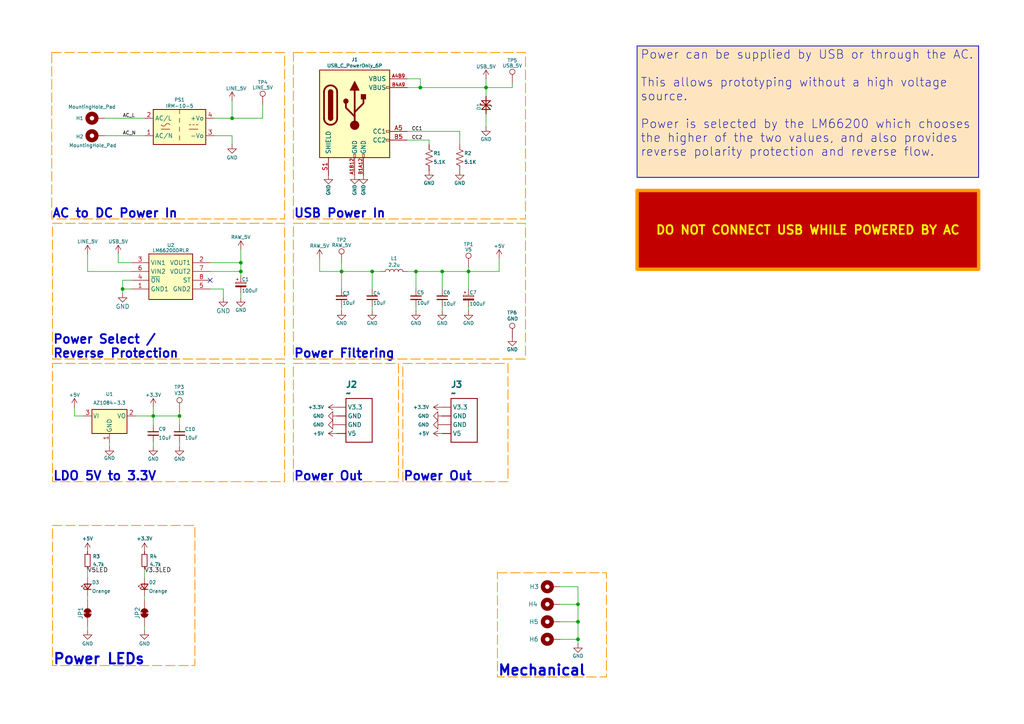
<source format=kicad_sch>
(kicad_sch (version 20250114) (generator "eeschema") (generator_version "9.0")
  (paper "A4")
  (title_block (title "Power Module") (date "<<release-date>>") (rev "<<tag>>") (comment 1 "<<hash>>"))
  (lib_symbols
    (symbol "AQ_POWER_1"
      (property "Reference" "J" (at 0 2.794 0))
      (symbol "AQ_POWER_1_1_0"
        (pin power_out line (at -2.54 0 0) (length 2.54) (name "V3.3") (number "4"))
        (pin passive line (at -2.54 -2.54 0) (length 2.54) (name "GND") (number "3"))
        (pin passive line (at -2.54 -5.08 0) (length 2.54) (name "GND") (number "2"))
        (pin power_out line (at -2.54 -7.62 0) (length 2.54) (name "V5") (number "1"))
      )
    )
    (symbol "CRG Makes:IRM-10-5"
      (property "Reference" "PS" (at 0 6.35 0))
      (property "Value" "IRM-10-5" (at 0 -6.35 0))
      (symbol "IRM-10-5_1_1"
        (pin power_in line (at -10.16 2.54 0) (length 2.54) (name "AC/L") (number "2"))
        (pin power_in line (at -10.16 -2.54 0) (length 2.54) (name "AC/N") (number "1"))
        (pin power_out line (at 10.16 2.54 180) (length 2.54) (name "+Vo") (number "4"))
        (pin power_out line (at 10.16 -2.54 180) (length 2.54) (name "-Vo") (number "3"))
      )
    )
    (symbol "CRGM Connector:AQ_POWER"
      (property "Reference" "J" (at 0 2.794 0))
      (symbol "AQ_POWER_1_0"
        (pin power_out line (at -2.54 0 0) (length 2.54) (name "V3.3") (number "4"))
        (pin passive line (at -2.54 -2.54 0) (length 2.54) (name "GND") (number "3"))
        (pin passive line (at -2.54 -5.08 0) (length 2.54) (name "GND") (number "2"))
        (pin power_out line (at -2.54 -7.62 0) (length 2.54) (name "V5") (number "1"))
      )
    )
    (symbol "CRGM Connector:USB_C_PowerOnly_6P" (pin_names (offset 1.016))
      (property "Reference" "J" (at 0 16.51 0))
      (property "Value" "USB_C_PowerOnly_6P" (at 0 13.97 0))
      (symbol "USB_C_PowerOnly_6P_1_1"
        (pin passive line (at -7.62 -17.78 90) (length 5.08) (name "SHIELD") (number "S1"))
        (pin passive line (at 0 -17.78 90) (length 5.08) (name "GND") (number "A1B12"))
        (pin passive line (at 2.54 -17.78 90) (length 5.08) (name "GND") (number "B1A12"))
        (pin passive line (at 15.24 10.16 180) (length 5.08) (name "VBUS") (number "A4B9"))
        (pin passive line (at 15.24 7.62 180) (length 5.08) (name "VBUS") (number "B4A9"))
        (pin bidirectional line (at 15.24 -5.08 180) (length 5.08) (name "CC1") (number "A5"))
        (pin bidirectional line (at 15.24 -7.62 180) (length 5.08) (name "CC2") (number "B5"))
      )
    )
    (symbol "CRGM Mechanical:MountingHole_Pad" (pin_numbers (hide yes)) (pin_names (offset 1.016) (hide yes)) (in_bom no)
      (symbol "MountingHole_Pad_1_1"
        (pin passive line (at 0 -2.54 90) (length 2.54) (name "1") (number "1"))
      )
    )
    (symbol "CRGM Passive:C_Polarized_Small" (pin_numbers (hide yes)) (pin_names (offset 0.254) (hide yes))
      (property "Reference" "C" (at 0.254 1.778 0))
      (property "Value" "C_Polarized_Small" (at 0.254 -1.524 0))
      (symbol "C_Polarized_Small_1_1"
        (pin passive line (at 0 2.54 270) (length 1.8542) (name "~") (number "1"))
        (pin passive line (at 0 -2.54 90) (length 1.8542) (name "~") (number "2"))
      )
    )
    (symbol "CRGM Passive:PESD5V5C1BLYL"
      (property "Reference" "D" (at -1.524 1.524 0))
      (symbol "PESD5V5C1BLYL_1_0"
        (pin bidirectional line (at -2.54 0 0) (length 0) (name "K1") (number "1"))
        (pin bidirectional line (at 2.54 0 180) (length 0) (name "K2") (number "2"))
      )
    )
    (symbol "CRGM Power:AZ1084-3.3" (pin_names (offset 0.254))
      (property "Reference" "U" (at -3.81 3.175 0))
      (property "Value" "AZ1084-3.3" (at 0 3.175 0))
      (symbol "AZ1084-3.3_1_1"
        (pin power_in line (at -7.62 0 0) (length 2.54) (name "VI") (number "3"))
        (pin power_in line (at 0 -7.62 90) (length 2.54) (name "GND") (number "1"))
        (pin power_out line (at 7.62 0 180) (length 2.54) (name "VO") (number "2"))
      )
    )
    (symbol "CRGM Power:LM66200DRLR"
      (property "Reference" "U" (at -6.096 10.922 0))
      (property "Value" "LM66200DRLR" (at -6.096 8.382 0))
      (symbol "LM66200DRLR_1_1"
        (pin passive line (at -11.43 3.81 0) (length 5.08) (name "VIN1") (number "3"))
        (pin passive line (at -11.43 1.27 0) (length 5.08) (name "VIN2") (number "6"))
        (pin passive line (at -11.43 -1.27 0) (length 5.08) (name "~{ON}") (number "4"))
        (pin passive line (at -11.43 -3.81 0) (length 5.08) (name "GND1") (number "1"))
        (pin passive line (at 11.43 3.81 180) (length 5.08) (name "VOUT1") (number "2"))
        (pin passive line (at 11.43 1.27 180) (length 5.08) (name "VOUT2") (number "7"))
        (pin passive line (at 11.43 -1.27 180) (length 5.08) (name "ST") (number "8"))
        (pin passive line (at 11.43 -3.81 180) (length 5.08) (name "GND2") (number "5"))
      )
    )
    (symbol "Connector:TestPoint" (pin_numbers (hide yes)) (pin_names (offset 0.762) (hide yes))
      (property "Reference" "TP" (at 0 6.858 0))
      (property "Value" "TestPoint" (at 0 5.08 0))
      (symbol "TestPoint_1_1"
        (pin passive line (at 0 0 90) (length 2.54) (name "1") (number "1"))
      )
    )
    (symbol "Device:C_Small" (pin_numbers (hide yes)) (pin_names (offset 0.254) (hide yes))
      (property "Reference" "C" (at 0.254 1.778 0))
      (property "Value" "C_Small" (at 0.254 -2.032 0))
      (symbol "C_Small_1_1"
        (pin passive line (at 0 2.54 270) (length 2.032) (name "~") (number "1"))
        (pin passive line (at 0 -2.54 90) (length 2.032) (name "~") (number "2"))
      )
    )
    (symbol "Device:L" (pin_numbers (hide yes)) (pin_names (offset 1.016) (hide yes))
      (property "Reference" "L" (at -1.27 0 90))
      (property "Value" "L" (at 1.905 0 90))
      (symbol "L_1_1"
        (pin passive line (at 0 3.81 270) (length 1.27) (name "1") (number "1"))
        (pin passive line (at 0 -3.81 90) (length 1.27) (name "2") (number "2"))
      )
    )
    (symbol "Device:LED_Small" (pin_numbers (hide yes)) (pin_names (offset 0.254) (hide yes))
      (property "Reference" "D" (at -1.27 3.175 0))
      (property "Value" "LED_Small" (at -4.445 -2.54 0))
      (symbol "LED_Small_1_1"
        (pin passive line (at -2.54 0 0) (length 1.778) (name "K") (number "1"))
        (pin passive line (at 2.54 0 180) (length 1.778) (name "A") (number "2"))
      )
    )
    (symbol "Device:R_Small" (pin_numbers (hide yes)) (pin_names (offset 0.254) (hide yes))
      (property "Reference" "R" (at 0 0 90))
      (property "Value" "R_Small" (at 1.778 0 90))
      (symbol "R_Small_1_1"
        (pin passive line (at 0 2.54 270) (length 0.762) (name "~") (number "1"))
        (pin passive line (at 0 -2.54 90) (length 0.762) (name "~") (number "2"))
      )
    )
    (symbol "Device:R_US" (pin_numbers (hide yes)) (pin_names (offset 0))
      (property "Reference" "R" (at 2.54 0 90))
      (property "Value" "R_US" (at -2.54 0 90))
      (symbol "R_US_1_1"
        (pin passive line (at 0 3.81 270) (length 1.27) (name "~") (number "1"))
        (pin passive line (at 0 -3.81 90) (length 1.27) (name "~") (number "2"))
      )
    )
    (symbol "Jumper:SolderJumper_2_Bridged" (pin_numbers (hide yes)) (pin_names (offset 0) (hide yes)) (in_bom no)
      (property "Reference" "JP" (at 0 2.032 0))
      (property "Value" "~" (at 0 -2.54 0))
      (symbol "SolderJumper_2_Bridged_1_1"
        (pin passive line (at -3.81 0 0) (length 2.54) (name "A") (number "1"))
        (pin passive line (at 3.81 0 180) (length 2.54) (name "B") (number "2"))
      )
    )
    (symbol "Mechanical:MountingHole_Pad" (pin_numbers (hide yes)) (pin_names (offset 1.016) (hide yes)) (in_bom no)
      (property "Reference" "H" (at 0 6.35 0))
      (property "Value" "MountingHole_Pad" (at 0 4.445 0))
      (symbol "MountingHole_Pad_1_1"
        (pin input line (at 0 -2.54 90) (length 2.54) (name "1") (number "1"))
      )
    )
    (symbol "MountingHole_Pad_1" (pin_numbers (hide yes)) (pin_names (offset 1.016) (hide yes)) (in_bom no)
      (property "Reference" "H" (at 0 6.35 0))
      (property "Value" "MountingHole_Pad" (at 0 4.445 0))
      (symbol "MountingHole_Pad_1_1_1"
        (pin input line (at 0 -2.54 90) (length 2.54) (name "1") (number "1"))
      )
    )
    (symbol "power:+3.3V" (power) (pin_numbers (hide yes)) (pin_names (offset 0) (hide yes))
      (property "Value" "+3.3V" (at 0 3.556 0))
      (symbol "+3.3V_1_1"
        (pin power_in line (at 0 0 90) (length 0) (name "~") (number "1"))
      )
    )
    (symbol "power:+5V" (power) (pin_numbers (hide yes)) (pin_names (offset 0) (hide yes))
      (property "Value" "+5V" (at 0 3.556 0))
      (symbol "+5V_1_1"
        (pin power_in line (at 0 0 90) (length 0) (name "~") (number "1"))
      )
    )
    (symbol "power:GND" (power) (pin_numbers (hide yes)) (pin_names (offset 0) (hide yes))
      (property "Value" "GND" (at 0 -3.81 0))
      (symbol "GND_1_1"
        (pin power_in line (at 0 0 270) (length 0) (name "~") (number "1"))
      )
    )
  )
  (rectangle (start 15.24 64.77) (end 82.55 104.14) (stroke (width 0.254) (type dash) (color 255 153 0 1)))
  (rectangle (start 85.09 15.24) (end 152.4 63.5) (stroke (width 0.254) (type dash) (color 255 153 0 1)))
  (rectangle (start 15.24 152.4) (end 56.515 193.04) (stroke (width 0.254) (type dash) (color 255 153 0 1)))
  (rectangle (start 116.84 105.41) (end 147.32 139.7) (stroke (width 0.254) (type dash) (color 255 153 0 1)))
  (rectangle (start 15 15.24) (end 82.55 63.5) (stroke (width 0.254) (type dash) (color 255 153 0 1)))
  (rectangle (start 144.272 166.116) (end 175.895 196.342) (stroke (width 0.254) (type dash) (color 255 153 0 1)))
  (rectangle (start 85.09 64.77) (end 152.4 104.14) (stroke (width 0.254) (type dash) (color 255 153 0 1)))
  (rectangle (start 15.24 105.41) (end 82.55 139.7) (stroke (width 0.254) (type dash) (color 255 153 0 1)))
  (rectangle (start 85.09 105.41) (end 115.57 139.7) (stroke (width 0.254) (type dash) (color 255 153 0 1)))
  (text "Power Select /\nReverse Protection" (at 15.24 104.14 0) (effects (font (size 2.54 2.54) (thickness 0.508) (bold yes)) (justify left bottom)))
  (text "Power LEDs" (at 15.24 193.04 0) (effects (font (size 3 3) (thickness 0.6) (bold yes)) (justify left bottom)))
  (text "Power Out" (at 116.84 139.7 0) (effects (font (size 2.54 2.54) (thickness 0.508) (bold yes)) (justify left bottom)))
  (text "Power Out" (at 85.09 139.7 0) (effects (font (size 2.54 2.54) (thickness 0.508) (bold yes)) (justify left bottom)))
  (text "Mechanical" (at 144.272 196.342 0) (effects (font (size 3 3) (thickness 0.6) (bold yes)) (justify left bottom)))
  (text "Power Filtering" (at 85.09 104.14 0) (effects (font (size 2.54 2.54) (thickness 0.508) (bold yes)) (justify left bottom)))
  (text "LDO 5V to 3.3V" (at 15.24 139.7 0) (effects (font (size 2.54 2.54) (thickness 0.508) (bold yes)) (justify left bottom)))
  (text "AC to DC Power In" (at 14.986 63.5 0) (effects (font (size 2.54 2.54) (thickness 0.508) (bold yes)) (justify left bottom)))
  (text "USB Power In" (at 85.09 63.5 0) (effects (font (size 2.54 2.54) (thickness 0.508) (bold yes)) (justify left bottom)))
  (text_box "Power can be supplied by USB or through the AC.\n\nThis allows prototyping without a high voltage source.\n\nPower is selected by the LM66200 which chooses the higher of the two values, and also provides reverse polarity protection and reverse flow.\n" (exclude_from_sim yes) (at 184.785 13.335 0) (size 99.06 38.1) (margins 0.9525 0.9525 0.9525 0.9525) (stroke (width 0.25)) (fill (type color) (color 255 229 191 1)) (effects (font (size 2.5 2.5)) (justify left top)))
  (text_box "DO NOT CONNECT USB WHILE POWERED BY AC" (exclude_from_sim yes) (at 184.785 55.245 0) (size 99.06 22.86) (margins 0.9525 0.9525 0.9525 0.9525) (stroke (width 1) (color 255 153 0 1)) (fill (type color) (color 194 0 0 1)) (effects (font (size 2.5 2.5) (thickness 0.5) (bold yes))))
  (junction (at 69.85 78.74))
  (junction (at 69.85 76.2))
  (junction (at 107.95 78.74))
  (junction (at 135.89 78.74))
  (junction (at 99.06 78.74))
  (junction (at 167.64 175.26))
  (junction (at 167.64 185.42))
  (junction (at 167.64 180.34))
  (junction (at 128.27 78.74))
  (junction (at 140.97 25.4))
  (junction (at 44.45 120.65))
  (junction (at 52.07 120.65))
  (junction (at 67.31 34.29))
  (junction (at 35.56 83.82))
  (junction (at 120.65 78.74))
  (junction (at 121.92 25.4))
  (no_connect (at 60.96 81.28))
  (wire (pts (xy 44.45 120.65) (xy 52.07 120.65)))
  (wire (pts (xy 67.31 29.21) (xy 67.31 34.29)))
  (wire (pts (xy 67.31 34.29) (xy 76.2 34.29)))
  (wire (pts (xy 92.71 78.74) (xy 92.71 74.93)))
  (wire (pts (xy 162.56 185.42) (xy 167.64 185.42)))
  (wire (pts (xy 121.92 25.4) (xy 140.97 25.4)))
  (wire (pts (xy 52.07 120.65) (xy 52.07 123.19)))
  (wire (pts (xy 135.89 78.74) (xy 144.78 78.74)))
  (wire (pts (xy 25.4 182.88) (xy 25.4 181.61)))
  (wire (pts (xy 38.1 76.2) (xy 34.29 76.2)))
  (wire (pts (xy 99.06 76.2) (xy 99.06 78.74)))
  (wire (pts (xy 92.71 78.74) (xy 99.06 78.74)))
  (wire (pts (xy 107.95 83.82) (xy 107.95 78.74)))
  (wire (pts (xy 69.85 72.39) (xy 69.85 76.2)))
  (wire (pts (xy 69.85 78.74) (xy 69.85 80.01)))
  (wire (pts (xy 69.85 78.74) (xy 69.85 76.2)))
  (wire (pts (xy 128.27 88.9) (xy 128.27 90.17)))
  (wire (pts (xy 76.2 30.48) (xy 76.2 34.29)))
  (wire (pts (xy 118.11 78.74) (xy 120.65 78.74)))
  (wire (pts (xy 67.31 41.91) (xy 67.31 39.37)))
  (wire (pts (xy 41.91 173.99) (xy 41.91 172.72)))
  (wire (pts (xy 64.77 83.82) (xy 64.77 86.36)))
  (wire (pts (xy 148.59 25.4) (xy 140.97 25.4)))
  (wire (pts (xy 52.07 129.54) (xy 52.07 128.27)))
  (wire (pts (xy 21.59 120.65) (xy 24.13 120.65)))
  (wire (pts (xy 30.48 34.29) (xy 41.91 34.29)))
  (wire (pts (xy 39.37 120.65) (xy 44.45 120.65)))
  (wire (pts (xy 25.4 173.99) (xy 25.4 172.72)))
  (wire (pts (xy 162.56 170.18) (xy 167.64 170.18)))
  (wire (pts (xy 162.56 175.26) (xy 167.64 175.26)))
  (wire (pts (xy 21.59 118.11) (xy 21.59 120.65)))
  (wire (pts (xy 120.65 78.74) (xy 128.27 78.74)))
  (wire (pts (xy 167.64 175.26) (xy 167.64 180.34)))
  (wire (pts (xy 135.89 83.82) (xy 135.89 78.74)))
  (wire (pts (xy 25.4 78.74) (xy 25.4 73.66)))
  (wire (pts (xy 118.11 38.1) (xy 133.35 38.1)))
  (wire (pts (xy 120.65 88.9) (xy 120.65 90.17)))
  (wire (pts (xy 118.11 25.4) (xy 121.92 25.4)))
  (wire (pts (xy 144.78 78.74) (xy 144.78 74.93)))
  (wire (pts (xy 128.27 83.82) (xy 128.27 78.74)))
  (wire (pts (xy 38.1 83.82) (xy 35.56 83.82)))
  (wire (pts (xy 38.1 78.74) (xy 25.4 78.74)))
  (wire (pts (xy 162.56 180.34) (xy 167.64 180.34)))
  (wire (pts (xy 118.11 22.86) (xy 121.92 22.86)))
  (wire (pts (xy 135.89 77.47) (xy 135.89 78.74)))
  (wire (pts (xy 99.06 78.74) (xy 107.95 78.74)))
  (wire (pts (xy 99.06 78.74) (xy 99.06 83.82)))
  (wire (pts (xy 140.97 25.4) (xy 140.97 27.94)))
  (wire (pts (xy 121.92 22.86) (xy 121.92 25.4)))
  (wire (pts (xy 148.59 24.13) (xy 148.59 25.4)))
  (wire (pts (xy 107.95 78.74) (xy 110.49 78.74)))
  (wire (pts (xy 167.64 170.18) (xy 167.64 175.26)))
  (wire (pts (xy 34.29 76.2) (xy 34.29 73.66)))
  (wire (pts (xy 135.89 88.9) (xy 135.89 90.17)))
  (wire (pts (xy 52.07 120.65) (xy 52.07 119.38)))
  (wire (pts (xy 44.45 128.27) (xy 44.45 129.54)))
  (wire (pts (xy 60.96 83.82) (xy 64.77 83.82)))
  (wire (pts (xy 99.06 88.9) (xy 99.06 90.17)))
  (wire (pts (xy 140.97 25.4) (xy 140.97 22.86)))
  (wire (pts (xy 167.64 185.42) (xy 167.64 186.69)))
  (wire (pts (xy 140.97 33.02) (xy 140.97 36.83)))
  (wire (pts (xy 107.95 88.9) (xy 107.95 90.17)))
  (wire (pts (xy 35.56 81.28) (xy 35.56 83.82)))
  (wire (pts (xy 25.4 167.64) (xy 25.4 165.1)))
  (wire (pts (xy 44.45 120.65) (xy 44.45 123.19)))
  (wire (pts (xy 35.56 83.82) (xy 35.56 85.09)))
  (wire (pts (xy 128.27 78.74) (xy 135.89 78.74)))
  (wire (pts (xy 41.91 182.88) (xy 41.91 181.61)))
  (wire (pts (xy 31.75 129.54) (xy 31.75 128.27)))
  (wire (pts (xy 133.35 38.1) (xy 133.35 41.91)))
  (wire (pts (xy 118.11 40.64) (xy 124.46 40.64)))
  (wire (pts (xy 44.45 118.11) (xy 44.45 120.65)))
  (wire (pts (xy 60.96 78.74) (xy 69.85 78.74)))
  (wire (pts (xy 38.1 81.28) (xy 35.56 81.28)))
  (wire (pts (xy 60.96 76.2) (xy 69.85 76.2)))
  (wire (pts (xy 69.85 85.09) (xy 69.85 86.36)))
  (wire (pts (xy 167.64 180.34) (xy 167.64 185.42)))
  (wire (pts (xy 41.91 167.64) (xy 41.91 165.1)))
  (wire (pts (xy 30.48 39.37) (xy 41.91 39.37)))
  (wire (pts (xy 67.31 39.37) (xy 62.23 39.37)))
  (wire (pts (xy 62.23 34.29) (xy 67.31 34.29)))
  (wire (pts (xy 124.46 40.64) (xy 124.46 41.91)))
  (wire (pts (xy 120.65 78.74) (xy 120.65 83.82)))
  (label "AC_N" (at 35.56 39.37 0) (effects (font (size 1 1))))
  (label "V5LED" (at 25.4 166.37 0))
  (label "CC2" (at 119.38 40.64 0) (effects (font (size 1 1))))
  (label "CC1" (at 119.38 38.1 0) (effects (font (size 1 1))))
  (label "AC_L" (at 35.56 34.29 0) (effects (font (size 1 1))))
  (label "V3.3LED" (at 41.91 166.37 0))
  (symbol (lib_id "Connector:TestPoint") (at 99.06 76.2 0) (mirror y) (unit 1) (in_bom no)
    (property "Reference" "TP2" (at 99.06 69.596 0) (effects (font (size 1 1))))
    (property "Value" "RAW_5V" (at 99.06 71.12 0) (effects (font (size 1 1))))
    (property "Footprint" "CRGM Mechanical:TestPoint_Pad_D1.0mm" (effects (hide yes)))
    (property "Description" "test point" (effects (hide yes)))
  )
  (symbol (lib_id "CRGM Mechanical:MountingHole_Pad") (at 160.02 170.18 90) (unit 1) (in_bom no)
    (property "Reference" "H3" (at 154.94 170.18 90))
    (property "Value" "MountingHole_Pad" (effects (hide yes)))
    (property "Footprint" "CRGM Mechanical:MountingHole_3.2mm_M3_Pad_Via" (effects (hide yes)))
    (property "Description" "Mounting Hole with connection" (effects (hide yes)))
  )
  (symbol (lib_id "power:GND") (at 148.59 97.79 0) (unit 1)
    (property "Reference" "#PWR039" (effects (hide yes)))
    (property "Value" "GND" (at 148.59 101.346 0) (effects (font (size 1 1))))
    (property "Description" "Power symbol creates a global label with name \"GND\" , ground" (effects (hide yes)))
  )
  (symbol (lib_id "power:+5V") (at 144.78 74.93 0) (unit 1)
    (property "Reference" "#PWR09" (effects (hide yes)))
    (property "Value" "+5V" (at 144.78 71.374 0) (effects (font (size 1 1))))
    (property "Description" "Power symbol creates a global label with name \"+5V\"" (effects (hide yes)))
  )
  (symbol (lib_id "power:GND") (at 41.91 182.88 0) (unit 1)
    (property "Reference" "#PWR028" (effects (hide yes)))
    (property "Value" "GND" (at 41.91 186.69 0) (effects (font (size 1 1))))
    (property "Description" "Power symbol creates a global label with name \"GND\" , ground" (effects (hide yes)))
  )
  (symbol (lib_id "power:+5V") (at 97.79 125.73 90) (unit 1)
    (property "Reference" "#PWR015" (effects (hide yes)))
    (property "Value" "+5V" (at 93.98 125.7299 90) (effects (font (size 1 1)) (justify left)))
    (property "Description" "Power symbol creates a global label with name \"+5V\"" (effects (hide yes)))
  )
  (symbol (lib_id "power:GND") (at 107.95 90.17 0) (unit 1)
    (property "Reference" "#PWR021" (effects (hide yes)))
    (property "Value" "GND" (at 107.95 93.726 0) (effects (font (size 1 1))))
    (property "Description" "Power symbol creates a global label with name \"GND\" , ground" (effects (hide yes)))
  )
  (symbol (lib_id "Device:R_Small") (at 25.4 162.56 0) (unit 1)
    (property "Reference" "R3" (at 26.8986 161.3916 0) (effects (font (size 1 1)) (justify left)))
    (property "Value" "4.7k" (at 26.8986 163.703 0) (effects (font (size 1 1)) (justify left)))
    (property "Footprint" "CRGM Passive:R_0603_1608Metric" (effects (hide yes)))
    (property "Datasheet" "https://www.vishay.com/docs/28773/crcwce3.pdf" (effects (hide yes)))
    (property "Description" "Thick Film Resistors - SMD 1/10Watt 4.7Kohms 5% Commercial Use" (effects (hide yes)))
    (property "MN" "FOJAN" (effects (hide yes)))
    (property "MPN" "FRC0603J472 TS" (effects (hide yes)))
    (property "Mouser" "71-CRCW06034K70JNEAC" (effects (hide yes)))
    (property "Digikey" "541-3993-2-ND" (effects (hide yes)))
    (property "LCSC" "C2907166" (effects (hide yes)))
  )
  (symbol (lib_id "power:+3.3V") (at 97.79 118.11 90) (unit 1)
    (property "Reference" "#PWR012" (effects (hide yes)))
    (property "Value" "+3.3V" (at 93.98 118.1099 90) (effects (font (size 1 1)) (justify left)))
    (property "Description" "Power symbol creates a global label with name \"+3.3V\"" (effects (hide yes)))
  )
  (symbol (lib_id "power:GND") (at 128.27 90.17 0) (unit 1)
    (property "Reference" "#PWR023" (effects (hide yes)))
    (property "Value" "GND" (at 128.27 93.726 0) (effects (font (size 1 1))))
    (property "Description" "Power symbol creates a global label with name \"GND\" , ground" (effects (hide yes)))
  )
  (symbol (lib_id "power:+3.3V") (at 128.27 118.11 90) (unit 1)
    (property "Reference" "#PWR035" (effects (hide yes)))
    (property "Value" "+3.3V" (at 124.46 118.1099 90) (effects (font (size 1 1)) (justify left)))
    (property "Description" "Power symbol creates a global label with name \"+3.3V\"" (effects (hide yes)))
  )
  (symbol (lib_id "power:+5V") (at 69.85 72.39 0) (unit 1)
    (property "Reference" "#PWR032" (effects (hide yes)))
    (property "Value" "RAW_5V" (at 69.85 69.342 0) (effects (font (size 1 1)) (justify bottom)))
    (property "Description" "Power symbol creates a global label with name \"+5V\"" (effects (hide yes)))
  )
  (symbol (lib_id "power:GND") (at 97.79 120.65 270) (unit 1)
    (property "Reference" "#PWR013" (effects (hide yes)))
    (property "Value" "GND" (at 93.98 120.6499 90) (effects (font (size 1 1)) (justify right)))
    (property "Description" "Power symbol creates a global label with name \"GND\" , ground" (effects (hide yes)))
  )
  (symbol (lib_id "Jumper:SolderJumper_2_Bridged") (at 25.4 177.8 90) (unit 1) (in_bom no)
    (property "Reference" "JP1" (at 23.368 177.8 0))
    (property "Footprint" "CRGM Connector:SolderJumper-2_P1.3mm_Bridged_RoundedPad1.0x1.5mm" (effects (hide yes)))
    (property "Description" "Solder Jumper, 2-pole, closed/bridged" (effects (hide yes)))
    (instances (project "power-module" (path "" (reference "JP1") (unit 1))) (project "" (path "" (reference "JP5") (unit 1))))
  )
  (symbol (lib_id "power:GND") (at 99.06 90.17 0) (unit 1)
    (property "Reference" "#PWR020" (effects (hide yes)))
    (property "Value" "GND" (at 99.06 93.726 0) (effects (font (size 1 1))))
    (property "Description" "Power symbol creates a global label with name \"GND\" , ground" (effects (hide yes)))
  )
  (symbol (lib_id "power:+5V") (at 128.27 125.73 90) (unit 1)
    (property "Reference" "#PWR038" (effects (hide yes)))
    (property "Value" "+5V" (at 124.46 125.7299 90) (effects (font (size 1 1)) (justify left)))
    (property "Description" "Power symbol creates a global label with name \"+5V\"" (effects (hide yes)))
  )
  (symbol (lib_id "power:GND") (at 64.77 86.36 0) (unit 1)
    (property "Reference" "#PWR031" (effects (hide yes)))
    (property "Value" "GND" (at 64.77 90.17 0))
    (property "Description" "Power symbol creates a global label with name \"GND\" , ground" (effects (hide yes)))
  )
  (symbol (lib_id "Device:L") (at 114.3 78.74 90) (unit 1)
    (property "Reference" "L1" (at 114.3 74.93 90) (effects (font (size 1 1))))
    (property "Value" "2.2u" (at 114.3 76.835 90) (effects (font (size 1 1))))
    (property "Footprint" "CRGM Passive:L_Sunlord_MWSA0402S" (effects (hide yes)))
    (property "Datasheet" "https://jlcpcb.com/api/file/downloadByFileSystemAccessId/8588935518867869696" (effects (hide yes)))
    (property "Description" "3A 2.2uH Shielded inductor ±20% SMD,4.4x4.2mm Power Inductors" (effects (hide yes)))
    (property "MN" "Cybermax" (effects (hide yes)))
    (property "MPN" "CMLO0420H2R2MTT" (effects (hide yes)))
    (property "Mouser" "673-PA4332222NLT" (effects (hide yes)))
    (property "Digikey" "553-3290-2-ND" (effects (hide yes)))
    (property "LCSC" "C438930" (effects (hide yes)))
  )
  (symbol (lib_id "Device:C_Small") (at 107.95 86.36 0) (unit 1)
    (property "Reference" "C4" (at 108.204 85.09 0) (effects (font (size 1 1)) (justify left)))
    (property "Value" "10uF" (at 108.204 87.884 0) (effects (font (size 1 1)) (justify left)))
    (property "Footprint" "CRGM Passive:C_0603_1608Metric" (effects (hide yes)))
    (property "Datasheet" "https://mm.digikey.com/Volume0/opasdata/d220001/medias/docus/43/CL10A106MO8NQNC_Spec.pdf" (effects (hide yes)))
    (property "Description" "CAP CER 10UF 16V X5R 0603" (effects (hide yes)))
    (property "MN" "Samsung" (effects (hide yes)))
    (property "MF" "Samsung" (effects (hide yes)))
    (property "MPN" "CL10A106MO8NQNC" (effects (hide yes)))
    (property "Mouser" "187-CL10A106MO8NQNC" (effects (hide yes)))
    (property "Digikey" "1276-1870-2-ND" (effects (hide yes)))
    (property "LCSC" "C92487" (effects (hide yes)))
  )
  (symbol (lib_id "CRGM Passive:C_Polarized_Small") (at 135.89 86.36 0) (unit 1)
    (property "Reference" "C7" (at 136.144 84.836 0) (effects (font (size 1 1)) (justify left)))
    (property "Value" "100uF" (at 136.144 88.138 0) (effects (font (size 1 1)) (justify left)))
    (property "Footprint" "CRGM Passive:CP_Elec_6.3x5.4" (effects (hide yes)))
    (property "Description" "-40℃~+105℃ 100uF 10V 2000hrs@105℃ 5.4mm 55mA@120Hz 6.3mm ±20%" (effects (hide yes)))
    (property "MN" "Honor Elec" (effects (hide yes)))
    (property "MPN" "RVT1A101M0605" (effects (hide yes)))
    (property "Mouser" "667-EEE-1AA101SP" (effects (hide yes)))
    (property "Digikey" "PCE3866TR-ND" (effects (hide yes)))
    (property "LCSC" "C72474" (effects (hide yes)))
    (property "Height" "5.4" (effects (hide yes)))
  )
  (symbol (lib_id "Device:R_Small") (at 41.91 162.56 0) (unit 1)
    (property "Reference" "R4" (at 43.4086 161.3916 0) (effects (font (size 1 1)) (justify left)))
    (property "Value" "4.7k" (at 43.4086 163.703 0) (effects (font (size 1 1)) (justify left)))
    (property "Footprint" "CRGM Passive:R_0603_1608Metric" (effects (hide yes)))
    (property "Datasheet" "https://www.vishay.com/docs/28773/crcwce3.pdf" (effects (hide yes)))
    (property "Description" "Thick Film Resistors - SMD 1/10Watt 4.7Kohms 5% Commercial Use" (effects (hide yes)))
    (property "MN" "FOJAN" (effects (hide yes)))
    (property "MPN" "FRC0603J472 TS" (effects (hide yes)))
    (property "Mouser" "71-CRCW06034K70JNEAC" (effects (hide yes)))
    (property "Digikey" "541-3993-2-ND" (effects (hide yes)))
    (property "LCSC" "C2907166" (effects (hide yes)))
  )
  (symbol (lib_id "CRGM Mechanical:MountingHole_Pad") (at 160.02 180.34 90) (unit 1) (in_bom no)
    (property "Reference" "H5" (at 156.21 180.34 90) (effects (justify left)))
    (property "Value" "MountingHole_Pad" (effects (hide yes)))
    (property "Footprint" "CRGM Mechanical:MountingHole_3.2mm_M3_Pad_Via" (effects (hide yes)))
    (property "Description" "Mounting Hole with connection" (effects (hide yes)))
  )
  (symbol (lib_id "Device:C_Small") (at 44.45 125.73 0) (unit 1)
    (property "Reference" "C9" (at 45.974 124.46 0) (effects (font (size 1 1)) (justify left)))
    (property "Value" "10uF" (at 45.974 127 0) (effects (font (size 1 1)) (justify left)))
    (property "Footprint" "CRGM Passive:C_0603_1608Metric" (effects (hide yes)))
    (property "Datasheet" "https://mm.digikey.com/Volume0/opasdata/d220001/medias/docus/43/CL10A106MO8NQNC_Spec.pdf" (effects (hide yes)))
    (property "Description" "CAP CER 10UF 16V X5R 0603" (effects (hide yes)))
    (property "MF" "Samsung" (effects (hide yes)))
    (property "MN" "Samsung" (effects (hide yes)))
    (property "MPN" "CL10A106MO8NQNC" (effects (hide yes)))
    (property "Mouser" "187-CL10A106MO8NQNC" (effects (hide yes)))
    (property "Digikey" "1276-1870-2-ND" (effects (hide yes)))
    (property "LCSC" "C92487" (effects (hide yes)))
  )
  (symbol (lib_id "power:+5V") (at 140.97 22.86 0) (unit 1)
    (property "Reference" "#PWR019" (effects (hide yes)))
    (property "Value" "USB_5V" (at 140.97 19.304 0) (effects (font (size 1 1))))
    (property "Description" "Power symbol creates a global label with name \"+5V\"" (effects (hide yes)))
  )
  (symbol (lib_id "power:GND") (at 120.65 90.17 0) (unit 1)
    (property "Reference" "#PWR022" (effects (hide yes)))
    (property "Value" "GND" (at 120.65 93.726 0) (effects (font (size 1 1))))
    (property "Description" "Power symbol creates a global label with name \"GND\" , ground" (effects (hide yes)))
  )
  (symbol (lib_id "power:GND") (at 97.79 123.19 270) (unit 1)
    (property "Reference" "#PWR014" (effects (hide yes)))
    (property "Value" "GND" (at 93.98 123.1899 90) (effects (font (size 1 1)) (justify right)))
    (property "Description" "Power symbol creates a global label with name \"GND\" , ground" (effects (hide yes)))
  )
  (symbol (lib_id "power:+5V") (at 25.4 160.02 0) (unit 1)
    (property "Reference" "#PWR025" (effects (hide yes)))
    (property "Value" "+5V" (at 25.4 156.21 0) (effects (font (size 1 1))))
    (property "Description" "Power symbol creates a global label with name \"+5V\"" (effects (hide yes)))
  )
  (symbol (lib_id "power:+5V") (at 21.59 118.11 0) (unit 1)
    (property "Reference" "#PWR010" (effects (hide yes)))
    (property "Value" "+5V" (at 21.59 114.554 0) (effects (font (size 1 1))))
    (property "Description" "Power symbol creates a global label with name \"+5V\"" (effects (hide yes)))
  )
  (symbol (lib_id "Device:C_Small") (at 128.27 86.36 0) (unit 1)
    (property "Reference" "C6" (at 128.524 84.836 0) (effects (font (size 1 1)) (justify left)))
    (property "Value" "10uF" (at 128.524 88.138 0) (effects (font (size 1 1)) (justify left)))
    (property "Footprint" "CRGM Passive:C_0603_1608Metric" (effects (hide yes)))
    (property "Datasheet" "https://mm.digikey.com/Volume0/opasdata/d220001/medias/docus/43/CL10A106MO8NQNC_Spec.pdf" (effects (hide yes)))
    (property "Description" "CAP CER 10UF 16V X5R 0603" (effects (hide yes)))
    (property "MF" "Samsung" (effects (hide yes)))
    (property "MN" "Samsung" (effects (hide yes)))
    (property "MPN" "CL10A106MO8NQNC" (effects (hide yes)))
    (property "Mouser" "187-CL10A106MO8NQNC" (effects (hide yes)))
    (property "Digikey" "1276-1870-2-ND" (effects (hide yes)))
    (property "LCSC" "C92487" (effects (hide yes)))
  )
  (symbol (lib_id "Device:R_US") (at 124.46 45.72 0) (unit 1)
    (property "Reference" "R1" (at 125.73 44.45 0) (effects (font (size 1 1)) (justify left)))
    (property "Value" "5.1K" (at 125.73 46.99 0) (effects (font (size 1 1)) (justify left)))
    (property "Footprint" "CRGM Passive:R_0603_1608Metric" (effects (hide yes)))
    (property "Datasheet" "https://jlcpcb.com/api/file/downloadByFileSystemAccessId/8589837035717488640" (effects (hide yes)))
    (property "Description" "100mW Thick Film Resistors 75V ±100ppm/℃ ±5% 5.1kΩ 0603 Chip Resistor" (effects (hide yes)))
    (property "MF" "FOJAN" (effects (hide yes)))
    (property "MN" "FOJAN" (effects (hide yes)))
    (property "MPN" "FRC0603J512 TS" (effects (hide yes)))
    (property "Mouser" "71-CRCW0603J-5.1K-E3" (effects (hide yes)))
    (property "Digikey" "541-5.1KGTR-ND" (effects (hide yes)))
    (property "LCSC" "C2907114" (effects (hide yes)))
  )
  (symbol (lib_id "power:GND") (at 44.45 129.54 0) (unit 1)
    (property "Reference" "#PWR018" (effects (hide yes)))
    (property "Value" "GND" (at 44.45 133.096 0) (effects (font (size 1 1))))
    (property "Description" "Power symbol creates a global label with name \"GND\" , ground" (effects (hide yes)))
  )
  (symbol (lib_id "power:+5V") (at 34.29 73.66 0) (unit 1)
    (property "Reference" "#PWR029" (effects (hide yes)))
    (property "Value" "USB_5V" (at 34.29 70.612 0) (effects (font (size 1 1)) (justify bottom)))
    (property "Description" "Power symbol creates a global label with name \"+5V\"" (effects (hide yes)))
  )
  (symbol (lib_id "power:GND") (at 67.31 41.91 0) (unit 1)
    (property "Reference" "#PWR03" (effects (hide yes)))
    (property "Value" "GND" (at 67.31 45.72 0) (effects (font (size 1 1))))
    (property "Description" "Power symbol creates a global label with name \"GND\" , ground" (effects (hide yes)))
  )
  (symbol (lib_id "Connector:TestPoint") (at 148.59 97.79 0) (unit 1) (in_bom no)
    (property "Reference" "TP6" (at 147.066 90.678 0) (effects (font (size 1 1)) (justify left)))
    (property "Value" "GND" (at 147.066 92.456 0) (effects (font (size 1 1)) (justify left)))
    (property "Footprint" "CRGM Mechanical:TestPoint_Pad_D1.0mm" (effects (hide yes)))
    (property "Description" "test point" (effects (hide yes)))
  )
  (symbol (lib_id "power:+5V") (at 25.4 73.66 0) (unit 1)
    (property "Reference" "#PWR016" (effects (hide yes)))
    (property "Value" "LINE_5V" (at 25.4 70.612 0) (effects (font (size 1 1)) (justify bottom)))
    (property "Description" "Power symbol creates a global label with name \"+5V\"" (effects (hide yes)))
  )
  (symbol (lib_id "power:GND") (at 102.87 50.8 0) (unit 1)
    (property "Reference" "#PWR07" (effects (hide yes)))
    (property "Value" "GND" (at 102.87 55.118 90) (effects (font (size 1 1))))
    (property "Description" "Power symbol creates a global label with name \"GND\" , ground" (effects (hide yes)))
  )
  (symbol (lib_id "CRGM Passive:PESD5V5C1BLYL") (at 140.97 30.48 90) (unit 1)
    (property "Reference" "D1" (at 139.446 32.004 0) (effects (font (size 1 1) (thickness 0.125)) (justify left bottom)))
    (property "Value" "PESD5V5C1BL" (effects (hide yes)))
    (property "Footprint" "CRGM Passive:DFN1006-2" (effects (hide yes)))
    (property "Datasheet" "https://assets.nexperia.com/documents/data-sheet/PESD5V5C1BL.pdf" (effects (hide yes)))
    (property "Description" "TVS DIODE Vrwm=5.5v Vcl=5.4v Ippm=6.5A DFN10062" (effects (hide yes)))
    (property "MN" "Nexperia" (effects (hide yes)))
    (property "MPN" "PESD5V5C1BLYL" (effects (hide yes)))
    (property "Mouser" "771-PESD5V5C1BLYL" (effects (hide yes)))
    (property "Digikey" "1727-PESD5V5C1BLYLTR-ND" (effects (hide yes)))
    (property "LCSC" "C2827636" (effects (hide yes)))
  )
  (symbol (lib_id "Device:LED_Small") (at 41.91 170.18 90) (unit 1)
    (property "Reference" "D2" (at 43.18 168.91 90) (effects (font (size 1 1)) (justify right)))
    (property "Value" "Orange" (at 43.18 171.45 90) (effects (font (size 1 1)) (justify right)))
    (property "Footprint" "CRGM Passive:LED_0603_1608Metric" (effects (hide yes)))
    (property "Datasheet" "https://optoelectronics.liteon.com/upload/download/DS22-2000-228/LTST-C191KGKT.PDF" (effects (hide yes)))
    (property "Description" "20mA 315mcd Colorless Orange 120° 50mW 2.3V 0603" (effects (hide yes)))
    (property "MN" "XINGLIGHT" (effects (hide yes)))
    (property "MPN" "XL-1608UOC-06" (effects (hide yes)))
    (property "Mouser" "859-LTST-C190KFKT" (effects (hide yes)))
    (property "Digikey" "5962-XL-1608UOC-06TR-ND" (effects (hide yes)))
    (property "LCSC" "C965800" (effects (hide yes)))
  )
  (symbol (lib_id "Device:C_Small") (at 120.65 86.36 0) (unit 1)
    (property "Reference" "C5" (at 120.904 84.836 0) (effects (font (size 1 1)) (justify left)))
    (property "Value" "10uF" (at 120.904 87.884 0) (effects (font (size 1 1)) (justify left)))
    (property "Footprint" "CRGM Passive:C_0603_1608Metric" (effects (hide yes)))
    (property "Datasheet" "https://mm.digikey.com/Volume0/opasdata/d220001/medias/docus/43/CL10A106MO8NQNC_Spec.pdf" (effects (hide yes)))
    (property "Description" "CAP CER 10UF 16V X5R 0603" (effects (hide yes)))
    (property "MN" "Samsung" (effects (hide yes)))
    (property "MF" "Samsung" (effects (hide yes)))
    (property "MPN" "CL10A106MO8NQNC" (effects (hide yes)))
    (property "Mouser" "187-CL10A106MO8NQNC" (effects (hide yes)))
    (property "Digikey" "1276-1870-2-ND" (effects (hide yes)))
    (property "LCSC" "C92487" (effects (hide yes)))
  )
  (symbol (lib_id "power:GND") (at 35.56 85.09 0) (unit 1)
    (property "Reference" "#PWR030" (effects (hide yes)))
    (property "Value" "GND" (at 35.56 88.9 0))
    (property "Description" "Power symbol creates a global label with name \"GND\" , ground" (effects (hide yes)))
  )
  (symbol (lib_id "power:+5V") (at 67.31 29.21 0) (unit 1)
    (property "Reference" "#PWR01" (effects (hide yes)))
    (property "Value" "LINE_5V" (at 65.532 25.654 0) (effects (font (size 1 1)) (justify left)))
    (property "Description" "Power symbol creates a global label with name \"+5V\"" (effects (hide yes)))
  )
  (symbol (lib_id "power:GND") (at 135.89 90.17 0) (unit 1)
    (property "Reference" "#PWR024" (effects (hide yes)))
    (property "Value" "GND" (at 135.89 93.726 0) (effects (font (size 1 1))))
    (property "Description" "Power symbol creates a global label with name \"GND\" , ground" (effects (hide yes)))
  )
  (symbol (lib_id "power:GND") (at 25.4 182.88 0) (unit 1)
    (property "Reference" "#PWR027" (effects (hide yes)))
    (property "Value" "GND" (at 25.4 186.69 0) (effects (font (size 1 1))))
    (property "Description" "Power symbol creates a global label with name \"GND\" , ground" (effects (hide yes)))
  )
  (symbol (lib_id "power:GND") (at 31.75 129.54 0) (unit 1)
    (property "Reference" "#PWR017" (effects (hide yes)))
    (property "Value" "GND" (at 31.75 132.842 0) (effects (font (size 1 1))))
    (property "Description" "Power symbol creates a global label with name \"GND\" , ground" (effects (hide yes)))
  )
  (symbol (lib_id "CRGM Mechanical:MountingHole_Pad") (at 160.02 175.26 90) (unit 1) (in_bom no)
    (property "Reference" "H4" (at 155.956 175.26 90) (effects (justify left)))
    (property "Value" "MountingHole_Pad" (effects (hide yes)))
    (property "Footprint" "CRGM Mechanical:MountingHole_3.2mm_M3_Pad_Via" (effects (hide yes)))
    (property "Description" "Mounting Hole with connection" (effects (hide yes)))
  )
  (symbol (lib_id "power:GND") (at 95.25 50.8 0) (unit 1)
    (property "Reference" "#PWR06" (effects (hide yes)))
    (property "Value" "GND" (at 95.25 55.118 90) (effects (font (size 1 1))))
    (property "Description" "Power symbol creates a global label with name \"GND\" , ground" (effects (hide yes)))
  )
  (symbol (lib_id "power:GND") (at 167.64 186.69 0) (unit 1)
    (property "Reference" "#PWR041" (effects (hide yes)))
    (property "Value" "GND" (at 167.64 190.246 0) (effects (font (size 1 1))))
    (property "Description" "Power symbol creates a global label with name \"GND\" , ground" (effects (hide yes)))
  )
  (symbol (lib_id "CRGM Passive:C_Polarized_Small") (at 69.85 82.55 0) (unit 1)
    (property "Reference" "C1" (at 70.104 81.026 0) (effects (font (size 1 1)) (justify left)))
    (property "Value" "100uF" (at 70.104 84.328 0) (effects (font (size 1 1)) (justify left)))
    (property "Footprint" "CRGM Passive:CP_Elec_6.3x5.4" (effects (hide yes)))
    (property "Description" "-40℃~+105℃ 100uF 10V 2000hrs@105℃ 5.4mm 55mA@120Hz 6.3mm ±20%" (effects (hide yes)))
    (property "MN" "Honor Elec" (effects (hide yes)))
    (property "MPN" "RVT1A101M0605" (effects (hide yes)))
    (property "Mouser" "667-EEE-1AA101SP" (effects (hide yes)))
    (property "Digikey" "PCE3866TR-ND" (effects (hide yes)))
    (property "LCSC" "C72474" (effects (hide yes)))
    (property "Height" "5.4" (effects (hide yes)))
  )
  (symbol (lib_id "power:GND") (at 69.85 86.36 0) (unit 1)
    (property "Reference" "#PWR042" (effects (hide yes)))
    (property "Value" "GND" (at 69.85 89.916 0) (effects (font (size 1 1))))
    (property "Description" "Power symbol creates a global label with name \"GND\" , ground" (effects (hide yes)))
  )
  (symbol (lib_id "Device:C_Small") (at 99.06 86.36 0) (unit 1)
    (property "Reference" "C3" (at 99.314 85.09 0) (effects (font (size 1 1)) (justify left)))
    (property "Value" "10uF" (at 99.314 87.884 0) (effects (font (size 1 1)) (justify left)))
    (property "Footprint" "CRGM Passive:C_0603_1608Metric" (effects (hide yes)))
    (property "Datasheet" "https://mm.digikey.com/Volume0/opasdata/d220001/medias/docus/43/CL10A106MO8NQNC_Spec.pdf" (effects (hide yes)))
    (property "Description" "CAP CER 10UF 16V X5R 0603" (effects (hide yes)))
    (property "MF" "Samsung" (effects (hide yes)))
    (property "MN" "Samsung" (effects (hide yes)))
    (property "MPN" "CL10A106MO8NQNC" (effects (hide yes)))
    (property "Mouser" "187-CL10A106MO8NQNC" (effects (hide yes)))
    (property "Digikey" "1276-1870-2-ND" (effects (hide yes)))
    (property "LCSC" "C92487" (effects (hide yes)))
  )
  (symbol (lib_id "CRGM Connector:AQ_POWER") (at 100.33 118.11 0) (unit 1)
    (property "Reference" "J2" (at 100.076 111.506 0) (effects (font (size 1.778 1.778) (thickness 0.3556) (bold yes)) (justify left)))
    (property "Value" "~" (at 100.076 114.046 0) (effects (font (size 1.778 1.778) (thickness 0.3556) (bold yes)) (justify left)))
    (property "Footprint" "CRGM Connector:JST_SH_SM04B-SRSS-TB_1x04-1MP_P1.00mm_Horizontal" (effects (hide yes)))
    (property "Datasheet" "https://www.jst-mfg.com/product/pdf/eng/eSH.pdf" (effects (hide yes)))
    (property "Description" "4 Position, 1mm pitch" (effects (hide yes)))
    (property "MN" "JST" (effects (hide yes)))
    (property "MPN" "SM04B-SRSS-TBT(LF)(SN)" (effects (hide yes)))
    (property "Mouser" "306-SM04BSRSSTBTLFSN" (effects (hide yes)))
    (property "Digikey" "455-SM04B-SRSS-TBTR-ND" (effects (hide yes)))
    (property "LCSC" "C2763614" (effects (hide yes)))
  )
  (symbol (lib_id "Device:LED_Small") (at 25.4 170.18 90) (unit 1)
    (property "Reference" "D3" (at 26.67 168.91 90) (effects (font (size 1 1)) (justify right)))
    (property "Value" "Orange" (at 26.67 171.45 90) (effects (font (size 1 1)) (justify right)))
    (property "Footprint" "CRGM Passive:LED_0603_1608Metric" (effects (hide yes)))
    (property "Datasheet" "https://optoelectronics.liteon.com/upload/download/DS22-2000-228/LTST-C191KGKT.PDF" (effects (hide yes)))
    (property "Description" "20mA 315mcd Colorless Orange 120° 50mW 2.3V 0603" (effects (hide yes)))
    (property "MN" "XINGLIGHT" (effects (hide yes)))
    (property "MPN" "XL-1608UOC-06" (effects (hide yes)))
    (property "Mouser" "859-LTST-C190KFKT" (effects (hide yes)))
    (property "Digikey" "5962-XL-1608UOC-06TR-ND" (effects (hide yes)))
    (property "LCSC" "C965800" (effects (hide yes)))
  )
  (symbol (lib_id "power:GND") (at 140.97 36.83 0) (unit 1)
    (property "Reference" "#PWR02" (effects (hide yes)))
    (property "Value" "GND" (at 140.97 40.386 0) (effects (font (size 1 1))))
    (property "Description" "Power symbol creates a global label with name \"GND\" , ground" (effects (hide yes)))
  )
  (symbol (lib_id "CRGM Power:AZ1084-3.3") (at 31.75 120.65 0) (unit 1)
    (property "Reference" "U1" (at 31.75 114.3 0) (effects (font (size 1 1))))
    (property "Value" "AZ1084-3.3" (at 31.75 116.84 0) (effects (font (size 1 1))))
    (property "Footprint" "CRGM Power:TO-252-2" (effects (hide yes)))
    (property "Datasheet" "https://www.diodes.com/assets/Datasheets/AZ1084C.pdf" (effects (hide yes)))
    (property "Description" "5A 12V Fixed LDO Linear Regulator, 1.5V, TO-220/TO-252/TO-263" (effects (hide yes)))
    (property "MN" "Diodes Incorporated" (effects (hide yes)))
    (property "MPN" "AZ1084CD-3.3TRG1" (effects (hide yes)))
    (property "Mouser" "621-AZ1084CD-3.3TRG1" (effects (hide yes)))
    (property "Digikey" "AZ1084CD-3.3TRG1DITR-ND" (effects (hide yes)))
    (property "LCSC" "C151391" (effects (hide yes)))
  )
  (symbol (lib_id "Connector:TestPoint") (at 135.89 77.47 0) (mirror y) (unit 1) (in_bom no)
    (property "Reference" "TP1" (at 135.89 70.866 0) (effects (font (size 1 1))))
    (property "Value" "V5" (at 135.89 72.39 0) (effects (font (size 1 1))))
    (property "Footprint" "CRGM Mechanical:TestPoint_Pad_D1.0mm" (effects (hide yes)))
    (property "Description" "test point" (effects (hide yes)))
  )
  (symbol (lib_id "power:GND") (at 133.35 49.53 0) (unit 1)
    (property "Reference" "#PWR05" (effects (hide yes)))
    (property "Value" "GND" (at 133.35 53.086 0) (effects (font (size 1 1))))
    (property "Description" "Power symbol creates a global label with name \"GND\" , ground" (effects (hide yes)))
  )
  (symbol (lib_id "Device:R_US") (at 133.35 45.72 0) (unit 1)
    (property "Reference" "R2" (at 134.62 44.45 0) (effects (font (size 1 1)) (justify left)))
    (property "Value" "5.1K" (at 134.62 46.99 0) (effects (font (size 1 1)) (justify left)))
    (property "Footprint" "CRGM Passive:R_0603_1608Metric" (effects (hide yes)))
    (property "Datasheet" "https://jlcpcb.com/api/file/downloadByFileSystemAccessId/8589837035717488640" (effects (hide yes)))
    (property "Description" "100mW Thick Film Resistors 75V ±100ppm/℃ ±5% 5.1kΩ 0603 Chip Resistor" (effects (hide yes)))
    (property "MF" "FOJAN" (effects (hide yes)))
    (property "MN" "FOJAN" (effects (hide yes)))
    (property "MPN" "FRC0603J512 TS" (effects (hide yes)))
    (property "Mouser" "71-CRCW0603J-5.1K-E3" (effects (hide yes)))
    (property "Digikey" "541-5.1KGTR-ND" (effects (hide yes)))
    (property "LCSC" "C2907114" (effects (hide yes)))
  )
  (symbol (lib_id "power:GND") (at 124.46 49.53 0) (unit 1)
    (property "Reference" "#PWR04" (effects (hide yes)))
    (property "Value" "GND" (at 124.46 53.086 0) (effects (font (size 1 1))))
    (property "Description" "Power symbol creates a global label with name \"GND\" , ground" (effects (hide yes)))
  )
  (symbol (lib_id "CRGM Connector:USB_C_PowerOnly_6P") (at 102.87 33.02 0) (unit 1)
    (property "Reference" "J1" (at 102.87 17.272 0) (effects (font (size 1 1))))
    (property "Value" "USB_C_PowerOnly_6P" (at 102.87 19.05 0) (effects (font (size 1 1))))
    (property "Footprint" "CRGM Connector:GCT_USB4105-GF-A" (effects (hide yes)))
    (property "Datasheet" "https://www.usb.org/sites/default/files/documents/usb_type-c.zip" (effects (hide yes)))
    (property "Description" "USB Power-Only 6P Type-C Receptacle connector" (effects (hide yes)))
    (property "MN" "GTC" (effects (hide yes)))
    (property "MPN" "USB4105-GF-A-060" (effects (hide yes)))
    (property "Digikey" "2073-USB4105-GF-A-060TR-ND" (effects (hide yes)))
    (property "Mouser" "640-USB4105-GF-A-060" (effects (hide yes)))
    (property "LCSC" "C165948" (effects (hide yes)))
  )
  (symbol (lib_id "power:+5V") (at 92.71 74.93 0) (unit 1)
    (property "Reference" "#PWR033" (effects (hide yes)))
    (property "Value" "RAW_5V" (at 92.71 71.882 0) (effects (font (size 1 1)) (justify bottom)))
    (property "Description" "Power symbol creates a global label with name \"+5V\"" (effects (hide yes)))
  )
  (symbol (lib_id "power:+3.3V") (at 44.45 118.11 0) (unit 1)
    (property "Reference" "#PWR011" (effects (hide yes)))
    (property "Value" "+3.3V" (at 44.45 114.554 0) (effects (font (size 1 1))))
    (property "Description" "Power symbol creates a global label with name \"+3.3V\"" (effects (hide yes)))
  )
  (symbol (lib_id "Connector:TestPoint") (at 76.2 30.48 0) (mirror y) (unit 1) (in_bom no)
    (property "Reference" "TP4" (at 76.2 23.876 0) (effects (font (size 1 1))))
    (property "Value" "LINE_5V" (at 76.2 25.4 0) (effects (font (size 1 1))))
    (property "Footprint" "CRGM Mechanical:TestPoint_Pad_D1.0mm" (effects (hide yes)))
    (property "Description" "test point" (effects (hide yes)))
  )
  (symbol (lib_id "Connector:TestPoint") (at 52.07 119.38 0) (unit 1) (in_bom no)
    (property "Reference" "TP3" (at 50.546 112.268 0) (effects (font (size 1 1)) (justify left)))
    (property "Value" "V33" (at 50.546 114.046 0) (effects (font (size 1 1)) (justify left)))
    (property "Footprint" "CRGM Mechanical:TestPoint_Pad_D1.0mm" (effects (hide yes)))
    (property "Description" "test point" (effects (hide yes)))
  )
  (symbol (lib_id "power:+3.3V") (at 41.91 160.02 0) (unit 1)
    (property "Reference" "#PWR026" (effects (hide yes)))
    (property "Value" "+3.3V" (at 41.91 156.21 0) (effects (font (size 1 1))))
    (property "Description" "Power symbol creates a global label with name \"+3.3V\"" (effects (hide yes)))
  )
  (symbol (lib_id "Device:C_Small") (at 52.07 125.73 0) (unit 1)
    (property "Reference" "C10" (at 53.594 124.46 0) (effects (font (size 1 1)) (justify left)))
    (property "Value" "10uF" (at 53.594 127 0) (effects (font (size 1 1)) (justify left)))
    (property "Footprint" "CRGM Passive:C_0603_1608Metric" (effects (hide yes)))
    (property "Datasheet" "https://mm.digikey.com/Volume0/opasdata/d220001/medias/docus/43/CL10A106MO8NQNC_Spec.pdf" (effects (hide yes)))
    (property "Description" "CAP CER 10UF 16V X5R 0603" (effects (hide yes)))
    (property "MF" "Samsung" (effects (hide yes)))
    (property "MN" "Samsung" (effects (hide yes)))
    (property "MPN" "CL10A106MO8NQNC" (effects (hide yes)))
    (property "Mouser" "187-CL10A106MO8NQNC" (effects (hide yes)))
    (property "Digikey" "1276-1870-2-ND" (effects (hide yes)))
    (property "LCSC" "C92487" (effects (hide yes)))
  )
  (symbol (lib_id "Mechanical:MountingHole_Pad") (at 27.94 39.37 90) (unit 1) (in_bom no)
    (property "Reference" "H2" (at 23.114 39.624 90) (effects (font (size 1 1))))
    (property "Value" "MountingHole_Pad" (at 26.924 42.164 90) (effects (font (size 1 1))))
    (property "Footprint" "CRGM Mechanical:MountingHole_3.2mm_M3_Pad_Via" (effects (hide yes)))
    (property "Description" "Mounting Hole with connection" (effects (hide yes)))
  )
  (symbol (lib_name "AQ_POWER_1") (lib_id "CRGM Connector:AQ_POWER") (at 130.81 118.11 0) (unit 1)
    (property "Reference" "J3" (at 130.556 111.506 0) (effects (font (size 1.778 1.778) (thickness 0.3556) (bold yes)) (justify left)))
    (property "Value" "~" (at 130.556 114.046 0) (effects (font (size 1.778 1.778) (thickness 0.3556) (bold yes)) (justify left)))
    (property "Footprint" "CRGM Connector:JST_SH_SM04B-SRSS-TB_1x04-1MP_P1.00mm_Horizontal" (effects (hide yes)))
    (property "Datasheet" "https://www.jst-mfg.com/product/pdf/eng/eSH.pdf" (effects (hide yes)))
    (property "Description" "4 Position, 1mm pitch" (effects (hide yes)))
    (property "MN" "JST" (effects (hide yes)))
    (property "MPN" "SM04B-SRSS-TBT(LF)(SN)" (effects (hide yes)))
    (property "Mouser" "306-SM04BSRSSTBTLFSN" (effects (hide yes)))
    (property "Digikey" "455-SM04B-SRSS-TBTR-ND" (effects (hide yes)))
    (property "LCSC" "C2763614" (effects (hide yes)))
  )
  (symbol (lib_id "power:GND") (at 128.27 120.65 270) (unit 1)
    (property "Reference" "#PWR036" (effects (hide yes)))
    (property "Value" "GND" (at 124.46 120.6499 90) (effects (font (size 1 1)) (justify right)))
    (property "Description" "Power symbol creates a global label with name \"GND\" , ground" (effects (hide yes)))
  )
  (symbol (lib_id "power:GND") (at 128.27 123.19 270) (unit 1)
    (property "Reference" "#PWR037" (effects (hide yes)))
    (property "Value" "GND" (at 124.46 123.1899 90) (effects (font (size 1 1)) (justify right)))
    (property "Description" "Power symbol creates a global label with name \"GND\" , ground" (effects (hide yes)))
  )
  (symbol (lib_id "CRGM Power:LM66200DRLR") (at 49.53 80.01 0) (unit 1)
    (property "Reference" "U2" (at 49.53 71.12 0) (effects (font (size 1 1))))
    (property "Value" "LM66200DRLR" (at 49.53 72.644 0) (effects (font (size 1 1))))
    (property "Footprint" "CRGM Power:SOTFL50P160X60-8N" (effects (hide yes)))
    (property "Datasheet" "https://www.ti.com/lit/gpn/lm66200" (effects (hide yes)))
    (property "Description" "1.6-V to 5.5-V, 40-m, 2.5-A, low-IQ, dual ideal diode" (effects (hide yes)))
    (property "MN" "Texas Instruments" (effects (hide yes)))
    (property "MPN" "LM66200DRLR" (effects (hide yes)))
    (property "Mouser" "595-LM66200DRLR" (effects (hide yes)))
    (property "Digikey" "296-LM66200DRLRTR-ND" (effects (hide yes)))
    (property "LCSC" "C3235556" (effects (hide yes)))
    (property "Height" "0.6" (effects (hide yes)))
    (property "FT Rotation Offset" "-90" (effects (hide yes)))
  )
  (symbol (lib_id "CRG Makes:IRM-10-5") (at 52.07 36.83 0) (unit 1)
    (property "Reference" "PS1" (at 52.07 28.956 0) (effects (font (size 1 1))))
    (property "Value" "IRM-10-5" (at 52.07 30.734 0) (effects (font (size 1 1))))
    (property "Footprint" "Converter_ACDC:Converter_ACDC_MeanWell_IRM-10-xx_THT" (effects (hide yes)))
    (property "Datasheet" "https://www.meanwell.com/Upload/PDF/IRM-10/IRM-10-SPEC.PDF" (effects (hide yes)))
    (property "Description" "5V, 2A, 10W, Isolated, AC-DC, 222A(IRM10)" (effects (hide yes)))
    (property "MN" "Meanwell" (effects (hide yes)))
    (property "MPN" "IRM-10-5" (effects (hide yes)))
    (property "Mouser" "709-IRM10-5" (effects (hide yes)))
    (property "Digikey" "1866-3032-ND" (effects (hide yes)))
    (property "LCSC" "C2857903" (effects (hide yes)))
  )
  (symbol (lib_id "power:GND") (at 52.07 129.54 0) (unit 1)
    (property "Reference" "#PWR034" (effects (hide yes)))
    (property "Value" "GND" (at 52.07 133.096 0) (effects (font (size 1 1))))
    (property "Description" "Power symbol creates a global label with name \"GND\" , ground" (effects (hide yes)))
  )
  (symbol (lib_id "Connector:TestPoint") (at 148.59 24.13 0) (mirror y) (unit 1) (in_bom no)
    (property "Reference" "TP5" (at 148.59 17.526 0) (effects (font (size 1 1))))
    (property "Value" "USB_5V" (at 148.59 19.05 0) (effects (font (size 1 1))))
    (property "Footprint" "CRGM Mechanical:TestPoint_Pad_D1.0mm" (effects (hide yes)))
    (property "Description" "test point" (effects (hide yes)))
  )
  (symbol (lib_id "Jumper:SolderJumper_2_Bridged") (at 41.91 177.8 90) (unit 1) (in_bom no)
    (property "Reference" "JP2" (at 39.878 177.8 0))
    (property "Footprint" "CRGM Connector:SolderJumper-2_P1.3mm_Bridged_RoundedPad1.0x1.5mm" (effects (hide yes)))
    (property "Description" "Solder Jumper, 2-pole, closed/bridged" (effects (hide yes)))
    (instances (project "power-module" (path "" (reference "JP2") (unit 1))) (project "" (path "" (reference "JP6") (unit 1))))
  )
  (symbol (lib_name "MountingHole_Pad_1") (lib_id "Mechanical:MountingHole_Pad") (at 27.94 34.29 90) (unit 1) (in_bom no)
    (property "Reference" "H1" (at 23.114 34.29 90) (effects (font (size 1 1))))
    (property "Value" "MountingHole_Pad" (at 26.67 30.988 90) (effects (font (size 1 1))))
    (property "Footprint" "CRGM Mechanical:MountingHole_3.2mm_M3_Pad_Via" (effects (hide yes)))
    (property "Description" "Mounting Hole with connection" (effects (hide yes)))
  )
  (symbol (lib_id "CRGM Mechanical:MountingHole_Pad") (at 160.02 185.42 90) (unit 1) (in_bom no)
    (property "Reference" "H6" (at 156.21 185.42 90) (effects (justify left)))
    (property "Value" "MountingHole_Pad" (effects (hide yes)))
    (property "Footprint" "CRGM Mechanical:MountingHole_3.2mm_M3_Pad_Via" (effects (hide yes)))
    (property "Description" "Mounting Hole with connection" (effects (hide yes)))
  )
  (symbol (lib_id "power:GND") (at 105.41 50.8 0) (unit 1)
    (property "Reference" "#PWR08" (effects (hide yes)))
    (property "Value" "GND" (at 105.41 55.118 90) (effects (font (size 1 1))))
    (property "Description" "Power symbol creates a global label with name \"GND\" , ground" (effects (hide yes)))
  )
)
</source>
